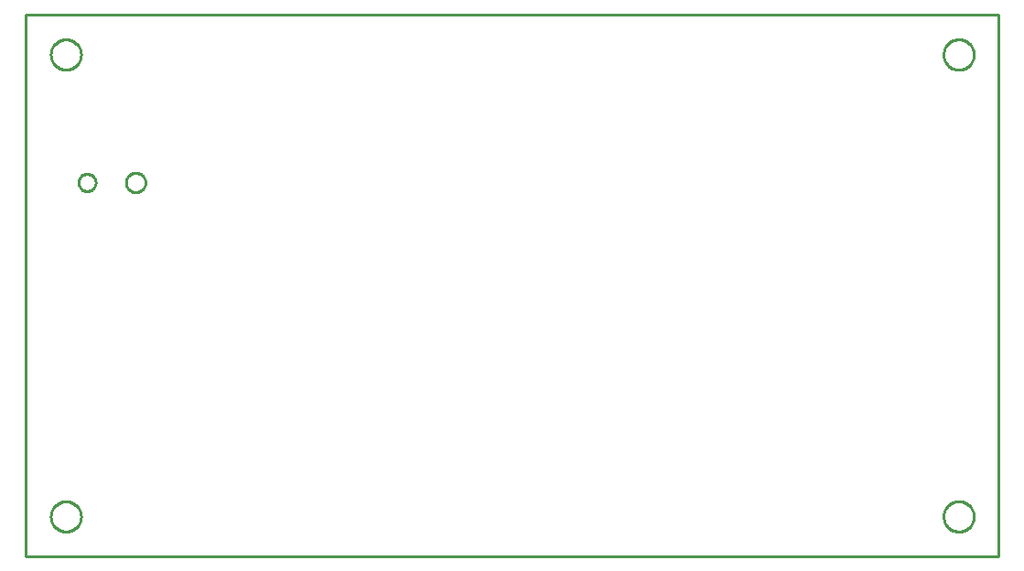
<source format=gbr>
G04 EAGLE Gerber RS-274X export*
G75*
%MOMM*%
%FSLAX34Y34*%
%LPD*%
%IN*%
%IPPOS*%
%AMOC8*
5,1,8,0,0,1.08239X$1,22.5*%
G01*
%ADD10C,0.254000*%


D10*
X-8000Y7000D02*
X892200Y7000D01*
X892200Y507900D01*
X-8000Y507900D01*
X-8000Y7000D01*
X43100Y43100D02*
X43029Y42103D01*
X42886Y41113D01*
X42674Y40136D01*
X42392Y39176D01*
X42043Y38239D01*
X41627Y37329D01*
X41148Y36452D01*
X40607Y35610D01*
X40008Y34810D01*
X39353Y34054D01*
X38646Y33347D01*
X37890Y32692D01*
X37090Y32093D01*
X36248Y31552D01*
X35371Y31073D01*
X34461Y30657D01*
X33524Y30308D01*
X32565Y30026D01*
X31587Y29814D01*
X30598Y29671D01*
X29600Y29600D01*
X28600Y29600D01*
X27603Y29671D01*
X26613Y29814D01*
X25636Y30026D01*
X24676Y30308D01*
X23739Y30657D01*
X22829Y31073D01*
X21952Y31552D01*
X21110Y32093D01*
X20310Y32692D01*
X19554Y33347D01*
X18847Y34054D01*
X18192Y34810D01*
X17593Y35610D01*
X17052Y36452D01*
X16573Y37329D01*
X16157Y38239D01*
X15808Y39176D01*
X15526Y40136D01*
X15314Y41113D01*
X15171Y42103D01*
X15100Y43100D01*
X15100Y44100D01*
X15171Y45098D01*
X15314Y46087D01*
X15526Y47065D01*
X15808Y48024D01*
X16157Y48961D01*
X16573Y49871D01*
X17052Y50748D01*
X17593Y51590D01*
X18192Y52390D01*
X18847Y53146D01*
X19554Y53853D01*
X20310Y54508D01*
X21110Y55107D01*
X21952Y55648D01*
X22829Y56127D01*
X23739Y56543D01*
X24676Y56892D01*
X25636Y57174D01*
X26613Y57386D01*
X27603Y57529D01*
X28600Y57600D01*
X29600Y57600D01*
X30598Y57529D01*
X31587Y57386D01*
X32565Y57174D01*
X33524Y56892D01*
X34461Y56543D01*
X35371Y56127D01*
X36248Y55648D01*
X37090Y55107D01*
X37890Y54508D01*
X38646Y53853D01*
X39353Y53146D01*
X40008Y52390D01*
X40607Y51590D01*
X41148Y50748D01*
X41627Y49871D01*
X42043Y48961D01*
X42392Y48024D01*
X42674Y47065D01*
X42886Y46087D01*
X43029Y45098D01*
X43100Y44100D01*
X43100Y43100D01*
X869200Y43100D02*
X869129Y42103D01*
X868986Y41113D01*
X868774Y40136D01*
X868492Y39176D01*
X868143Y38239D01*
X867727Y37329D01*
X867248Y36452D01*
X866707Y35610D01*
X866108Y34810D01*
X865453Y34054D01*
X864746Y33347D01*
X863990Y32692D01*
X863190Y32093D01*
X862348Y31552D01*
X861471Y31073D01*
X860561Y30657D01*
X859624Y30308D01*
X858665Y30026D01*
X857687Y29814D01*
X856698Y29671D01*
X855700Y29600D01*
X854700Y29600D01*
X853703Y29671D01*
X852713Y29814D01*
X851736Y30026D01*
X850776Y30308D01*
X849839Y30657D01*
X848929Y31073D01*
X848052Y31552D01*
X847210Y32093D01*
X846410Y32692D01*
X845654Y33347D01*
X844947Y34054D01*
X844292Y34810D01*
X843693Y35610D01*
X843152Y36452D01*
X842673Y37329D01*
X842257Y38239D01*
X841908Y39176D01*
X841626Y40136D01*
X841414Y41113D01*
X841271Y42103D01*
X841200Y43100D01*
X841200Y44100D01*
X841271Y45098D01*
X841414Y46087D01*
X841626Y47065D01*
X841908Y48024D01*
X842257Y48961D01*
X842673Y49871D01*
X843152Y50748D01*
X843693Y51590D01*
X844292Y52390D01*
X844947Y53146D01*
X845654Y53853D01*
X846410Y54508D01*
X847210Y55107D01*
X848052Y55648D01*
X848929Y56127D01*
X849839Y56543D01*
X850776Y56892D01*
X851736Y57174D01*
X852713Y57386D01*
X853703Y57529D01*
X854700Y57600D01*
X855700Y57600D01*
X856698Y57529D01*
X857687Y57386D01*
X858665Y57174D01*
X859624Y56892D01*
X860561Y56543D01*
X861471Y56127D01*
X862348Y55648D01*
X863190Y55107D01*
X863990Y54508D01*
X864746Y53853D01*
X865453Y53146D01*
X866108Y52390D01*
X866707Y51590D01*
X867248Y50748D01*
X867727Y49871D01*
X868143Y48961D01*
X868492Y48024D01*
X868774Y47065D01*
X868986Y46087D01*
X869129Y45098D01*
X869200Y44100D01*
X869200Y43100D01*
X869200Y470400D02*
X869129Y469403D01*
X868986Y468413D01*
X868774Y467436D01*
X868492Y466476D01*
X868143Y465539D01*
X867727Y464629D01*
X867248Y463752D01*
X866707Y462910D01*
X866108Y462110D01*
X865453Y461354D01*
X864746Y460647D01*
X863990Y459992D01*
X863190Y459393D01*
X862348Y458852D01*
X861471Y458373D01*
X860561Y457957D01*
X859624Y457608D01*
X858665Y457326D01*
X857687Y457114D01*
X856698Y456971D01*
X855700Y456900D01*
X854700Y456900D01*
X853703Y456971D01*
X852713Y457114D01*
X851736Y457326D01*
X850776Y457608D01*
X849839Y457957D01*
X848929Y458373D01*
X848052Y458852D01*
X847210Y459393D01*
X846410Y459992D01*
X845654Y460647D01*
X844947Y461354D01*
X844292Y462110D01*
X843693Y462910D01*
X843152Y463752D01*
X842673Y464629D01*
X842257Y465539D01*
X841908Y466476D01*
X841626Y467436D01*
X841414Y468413D01*
X841271Y469403D01*
X841200Y470400D01*
X841200Y471400D01*
X841271Y472398D01*
X841414Y473387D01*
X841626Y474365D01*
X841908Y475324D01*
X842257Y476261D01*
X842673Y477171D01*
X843152Y478048D01*
X843693Y478890D01*
X844292Y479690D01*
X844947Y480446D01*
X845654Y481153D01*
X846410Y481808D01*
X847210Y482407D01*
X848052Y482948D01*
X848929Y483427D01*
X849839Y483843D01*
X850776Y484192D01*
X851736Y484474D01*
X852713Y484686D01*
X853703Y484829D01*
X854700Y484900D01*
X855700Y484900D01*
X856698Y484829D01*
X857687Y484686D01*
X858665Y484474D01*
X859624Y484192D01*
X860561Y483843D01*
X861471Y483427D01*
X862348Y482948D01*
X863190Y482407D01*
X863990Y481808D01*
X864746Y481153D01*
X865453Y480446D01*
X866108Y479690D01*
X866707Y478890D01*
X867248Y478048D01*
X867727Y477171D01*
X868143Y476261D01*
X868492Y475324D01*
X868774Y474365D01*
X868986Y473387D01*
X869129Y472398D01*
X869200Y471400D01*
X869200Y470400D01*
X43100Y470400D02*
X43029Y469403D01*
X42886Y468413D01*
X42674Y467436D01*
X42392Y466476D01*
X42043Y465539D01*
X41627Y464629D01*
X41148Y463752D01*
X40607Y462910D01*
X40008Y462110D01*
X39353Y461354D01*
X38646Y460647D01*
X37890Y459992D01*
X37090Y459393D01*
X36248Y458852D01*
X35371Y458373D01*
X34461Y457957D01*
X33524Y457608D01*
X32565Y457326D01*
X31587Y457114D01*
X30598Y456971D01*
X29600Y456900D01*
X28600Y456900D01*
X27603Y456971D01*
X26613Y457114D01*
X25636Y457326D01*
X24676Y457608D01*
X23739Y457957D01*
X22829Y458373D01*
X21952Y458852D01*
X21110Y459393D01*
X20310Y459992D01*
X19554Y460647D01*
X18847Y461354D01*
X18192Y462110D01*
X17593Y462910D01*
X17052Y463752D01*
X16573Y464629D01*
X16157Y465539D01*
X15808Y466476D01*
X15526Y467436D01*
X15314Y468413D01*
X15171Y469403D01*
X15100Y470400D01*
X15100Y471400D01*
X15171Y472398D01*
X15314Y473387D01*
X15526Y474365D01*
X15808Y475324D01*
X16157Y476261D01*
X16573Y477171D01*
X17052Y478048D01*
X17593Y478890D01*
X18192Y479690D01*
X18847Y480446D01*
X19554Y481153D01*
X20310Y481808D01*
X21110Y482407D01*
X21952Y482948D01*
X22829Y483427D01*
X23739Y483843D01*
X24676Y484192D01*
X25636Y484474D01*
X26613Y484686D01*
X27603Y484829D01*
X28600Y484900D01*
X29600Y484900D01*
X30598Y484829D01*
X31587Y484686D01*
X32565Y484474D01*
X33524Y484192D01*
X34461Y483843D01*
X35371Y483427D01*
X36248Y482948D01*
X37090Y482407D01*
X37890Y481808D01*
X38646Y481153D01*
X39353Y480446D01*
X40008Y479690D01*
X40607Y478890D01*
X41148Y478048D01*
X41627Y477171D01*
X42043Y476261D01*
X42392Y475324D01*
X42674Y474365D01*
X42886Y473387D01*
X43029Y472398D01*
X43100Y471400D01*
X43100Y470400D01*
X93307Y343600D02*
X92524Y343669D01*
X91750Y343805D01*
X90991Y344008D01*
X90253Y344277D01*
X89540Y344609D01*
X88860Y345002D01*
X88216Y345453D01*
X87614Y345958D01*
X87058Y346514D01*
X86553Y347116D01*
X86102Y347760D01*
X85709Y348440D01*
X85377Y349153D01*
X85108Y349891D01*
X84905Y350650D01*
X84769Y351424D01*
X84700Y352207D01*
X84700Y352993D01*
X84769Y353776D01*
X84905Y354550D01*
X85108Y355309D01*
X85377Y356047D01*
X85709Y356760D01*
X86102Y357440D01*
X86553Y358084D01*
X87058Y358686D01*
X87614Y359242D01*
X88216Y359747D01*
X88860Y360198D01*
X89540Y360591D01*
X90253Y360923D01*
X90991Y361192D01*
X91750Y361395D01*
X92524Y361532D01*
X93307Y361600D01*
X94093Y361600D01*
X94876Y361532D01*
X95650Y361395D01*
X96409Y361192D01*
X97147Y360923D01*
X97860Y360591D01*
X98540Y360198D01*
X99184Y359747D01*
X99786Y359242D01*
X100342Y358686D01*
X100847Y358084D01*
X101298Y357440D01*
X101691Y356760D01*
X102023Y356047D01*
X102292Y355309D01*
X102495Y354550D01*
X102632Y353776D01*
X102700Y352993D01*
X102700Y352207D01*
X102632Y351424D01*
X102495Y350650D01*
X102292Y349891D01*
X102023Y349153D01*
X101691Y348440D01*
X101298Y347760D01*
X100847Y347116D01*
X100342Y346514D01*
X99786Y345958D01*
X99184Y345453D01*
X98540Y345002D01*
X97860Y344609D01*
X97147Y344277D01*
X96409Y344008D01*
X95650Y343805D01*
X94876Y343669D01*
X94093Y343600D01*
X93307Y343600D01*
X48307Y344600D02*
X47525Y344677D01*
X46754Y344830D01*
X46002Y345059D01*
X45275Y345359D01*
X44582Y345730D01*
X43929Y346167D01*
X43321Y346665D01*
X42765Y347221D01*
X42267Y347829D01*
X41830Y348482D01*
X41459Y349175D01*
X41159Y349902D01*
X40930Y350654D01*
X40777Y351425D01*
X40700Y352207D01*
X40700Y352993D01*
X40777Y353775D01*
X40930Y354546D01*
X41159Y355298D01*
X41459Y356025D01*
X41830Y356718D01*
X42267Y357371D01*
X42765Y357979D01*
X43321Y358535D01*
X43929Y359033D01*
X44582Y359470D01*
X45275Y359841D01*
X46002Y360141D01*
X46754Y360370D01*
X47525Y360523D01*
X48307Y360600D01*
X49093Y360600D01*
X49875Y360523D01*
X50646Y360370D01*
X51398Y360141D01*
X52125Y359841D01*
X52818Y359470D01*
X53471Y359033D01*
X54079Y358535D01*
X54635Y357979D01*
X55133Y357371D01*
X55570Y356718D01*
X55941Y356025D01*
X56241Y355298D01*
X56470Y354546D01*
X56623Y353775D01*
X56700Y352993D01*
X56700Y352207D01*
X56623Y351425D01*
X56470Y350654D01*
X56241Y349902D01*
X55941Y349175D01*
X55570Y348482D01*
X55133Y347829D01*
X54635Y347221D01*
X54079Y346665D01*
X53471Y346167D01*
X52818Y345730D01*
X52125Y345359D01*
X51398Y345059D01*
X50646Y344830D01*
X49875Y344677D01*
X49093Y344600D01*
X48307Y344600D01*
M02*

</source>
